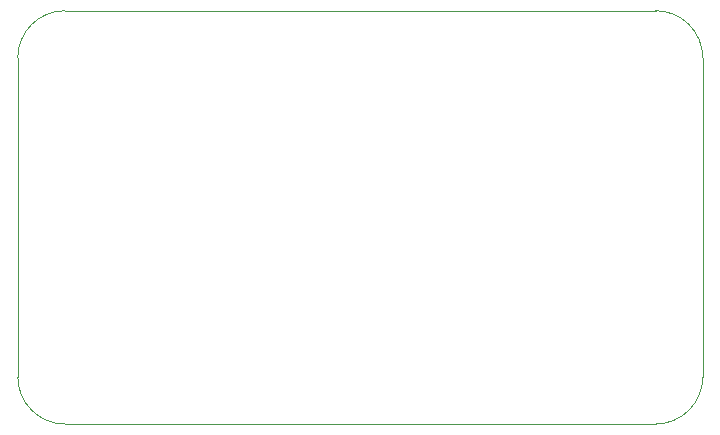
<source format=gbr>
%TF.GenerationSoftware,KiCad,Pcbnew,7.0.5-7.0.5~ubuntu22.04.1*%
%TF.CreationDate,2023-06-17T08:47:51-06:00*%
%TF.ProjectId,smart-usb,736d6172-742d-4757-9362-2e6b69636164,rev?*%
%TF.SameCoordinates,Original*%
%TF.FileFunction,Profile,NP*%
%FSLAX46Y46*%
G04 Gerber Fmt 4.6, Leading zero omitted, Abs format (unit mm)*
G04 Created by KiCad (PCBNEW 7.0.5-7.0.5~ubuntu22.04.1) date 2023-06-17 08:47:51*
%MOMM*%
%LPD*%
G01*
G04 APERTURE LIST*
%TA.AperFunction,Profile*%
%ADD10C,0.100000*%
%TD*%
G04 APERTURE END LIST*
D10*
X116250000Y-49000000D02*
X116250000Y-76000000D01*
X116250000Y-76000000D02*
G75*
G03*
X120250000Y-80000000I4000000J0D01*
G01*
X120250000Y-45000000D02*
G75*
G03*
X116250000Y-49000000I0J-4000000D01*
G01*
X174250000Y-76000000D02*
X174250000Y-49000000D01*
X170250000Y-45000000D02*
X120250000Y-45000000D01*
X120250000Y-80000000D02*
X170250000Y-80000000D01*
X170250000Y-80000000D02*
G75*
G03*
X174250000Y-76000000I0J4000000D01*
G01*
X174250000Y-49000000D02*
G75*
G03*
X170250000Y-45000000I-4000000J0D01*
G01*
M02*

</source>
